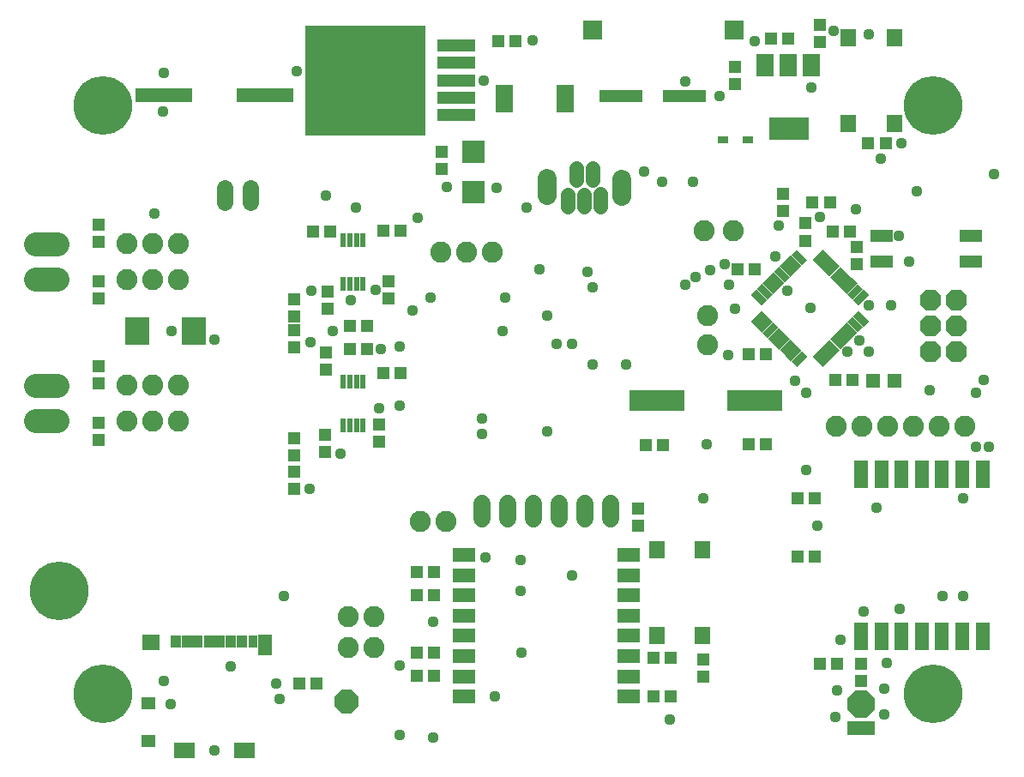
<source format=gts>
G75*
%MOIN*%
%OFA0B0*%
%FSLAX25Y25*%
%IPPOS*%
%LPD*%
%AMOC8*
5,1,8,0,0,1.08239X$1,22.5*
%
%ADD10R,0.04737X0.05131*%
%ADD11R,0.05524X0.05524*%
%ADD12R,0.21800X0.08400*%
%ADD13R,0.05131X0.04737*%
%ADD14R,0.05800X0.03000*%
%ADD15R,0.03000X0.05800*%
%ADD16OC8,0.08200*%
%ADD17R,0.08674X0.05131*%
%ADD18R,0.02375X0.05524*%
%ADD19R,0.08674X0.08674*%
%ADD20R,0.06700X0.08700*%
%ADD21R,0.15800X0.08700*%
%ADD22R,0.14600X0.04900*%
%ADD23R,0.46700X0.42800*%
%ADD24R,0.06706X0.10643*%
%ADD25C,0.08200*%
%ADD26R,0.06312X0.07099*%
%ADD27R,0.03950X0.03162*%
%ADD28R,0.16800X0.05100*%
%ADD29C,0.09200*%
%ADD30C,0.06400*%
%ADD31R,0.08674X0.05524*%
%ADD32C,0.06800*%
%ADD33R,0.21900X0.05500*%
%ADD34R,0.09700X0.10600*%
%ADD35OC8,0.10800*%
%ADD36R,0.05800X0.10800*%
%ADD37R,0.10800X0.05800*%
%ADD38R,0.04150X0.05100*%
%ADD39R,0.03750X0.05100*%
%ADD40R,0.05406X0.07859*%
%ADD41R,0.08309X0.06106*%
%ADD42R,0.05506X0.04755*%
%ADD43R,0.06908X0.06107*%
%ADD44OC8,0.09300*%
%ADD45C,0.05556*%
%ADD46C,0.07400*%
%ADD47C,0.22800*%
%ADD48C,0.04369*%
%ADD49R,0.07296X0.07296*%
D10*
X0145980Y0095731D03*
X0152673Y0095731D03*
X0191480Y0098531D03*
X0198173Y0098531D03*
X0198173Y0107531D03*
X0191480Y0107531D03*
X0191480Y0129831D03*
X0198173Y0129831D03*
X0198373Y0138931D03*
X0191680Y0138931D03*
X0155827Y0185485D03*
X0155827Y0192178D03*
X0177027Y0189685D03*
X0177027Y0196378D03*
X0178441Y0216208D03*
X0185134Y0216208D03*
X0156127Y0217685D03*
X0156127Y0224378D03*
X0165480Y0234531D03*
X0172173Y0234531D03*
X0156827Y0241185D03*
X0156827Y0247878D03*
X0180627Y0245185D03*
X0180627Y0251878D03*
X0178480Y0271531D03*
X0185173Y0271531D03*
X0201098Y0295542D03*
X0201098Y0302235D03*
X0315327Y0328585D03*
X0315327Y0335278D03*
X0348057Y0344971D03*
X0348057Y0351664D03*
X0367043Y0305500D03*
X0373736Y0305500D03*
X0352072Y0282651D03*
X0345379Y0282651D03*
X0342527Y0274478D03*
X0342527Y0267785D03*
X0362421Y0265378D03*
X0362421Y0258685D03*
X0360988Y0213638D03*
X0354295Y0213638D03*
X0277627Y0163778D03*
X0277627Y0157085D03*
X0339480Y0145031D03*
X0346173Y0145031D03*
X0364227Y0103378D03*
X0364227Y0096685D03*
X0290173Y0105531D03*
X0283480Y0105531D03*
X0067827Y0190185D03*
X0067827Y0196878D03*
X0067827Y0212185D03*
X0067827Y0218878D03*
X0067827Y0245185D03*
X0067827Y0251878D03*
X0067827Y0267185D03*
X0067827Y0273878D03*
D11*
X0368839Y0213435D03*
X0377106Y0213435D03*
D12*
X0322827Y0205531D03*
X0284827Y0205531D03*
D13*
X0287116Y0188437D03*
X0280423Y0188437D03*
X0320580Y0188672D03*
X0327273Y0188672D03*
X0339480Y0167531D03*
X0346173Y0167531D03*
X0327213Y0223775D03*
X0320520Y0223775D03*
X0322973Y0256731D03*
X0316280Y0256731D03*
X0353056Y0271444D03*
X0359749Y0271444D03*
X0333727Y0279285D03*
X0333727Y0285978D03*
X0229972Y0345338D03*
X0223280Y0345338D03*
X0329280Y0346431D03*
X0335973Y0346431D03*
X0157773Y0271331D03*
X0151080Y0271331D03*
X0143827Y0244878D03*
X0143827Y0238185D03*
X0143827Y0232878D03*
X0143827Y0226185D03*
X0165480Y0225531D03*
X0172173Y0225531D03*
X0143827Y0190878D03*
X0143827Y0184185D03*
X0143827Y0177878D03*
X0143827Y0171185D03*
X0283480Y0090531D03*
X0290173Y0090531D03*
X0302827Y0098185D03*
X0302827Y0104878D03*
X0348080Y0103231D03*
X0354773Y0103231D03*
D14*
G36*
X0343283Y0222775D02*
X0339183Y0218675D01*
X0337061Y0220797D01*
X0341161Y0224897D01*
X0343283Y0222775D01*
G37*
G36*
X0341055Y0225002D02*
X0336955Y0220902D01*
X0334833Y0223024D01*
X0338933Y0227124D01*
X0341055Y0225002D01*
G37*
G36*
X0338828Y0227230D02*
X0334728Y0223130D01*
X0332606Y0225252D01*
X0336706Y0229352D01*
X0338828Y0227230D01*
G37*
G36*
X0336601Y0229457D02*
X0332501Y0225357D01*
X0330379Y0227479D01*
X0334479Y0231579D01*
X0336601Y0229457D01*
G37*
G36*
X0334374Y0231684D02*
X0330274Y0227584D01*
X0328152Y0229706D01*
X0332252Y0233806D01*
X0334374Y0231684D01*
G37*
G36*
X0332147Y0233911D02*
X0328047Y0229811D01*
X0325925Y0231933D01*
X0330025Y0236033D01*
X0332147Y0233911D01*
G37*
G36*
X0329920Y0236138D02*
X0325820Y0232038D01*
X0323698Y0234160D01*
X0327798Y0238260D01*
X0329920Y0236138D01*
G37*
G36*
X0327693Y0238365D02*
X0323593Y0234265D01*
X0321471Y0236387D01*
X0325571Y0240487D01*
X0327693Y0238365D01*
G37*
G36*
X0358274Y0255584D02*
X0354174Y0251484D01*
X0352052Y0253606D01*
X0356152Y0257706D01*
X0358274Y0255584D01*
G37*
G36*
X0360501Y0253357D02*
X0356401Y0249257D01*
X0354279Y0251379D01*
X0358379Y0255479D01*
X0360501Y0253357D01*
G37*
G36*
X0362729Y0251130D02*
X0358629Y0247030D01*
X0356507Y0249152D01*
X0360607Y0253252D01*
X0362729Y0251130D01*
G37*
G36*
X0364956Y0248903D02*
X0360856Y0244803D01*
X0358734Y0246925D01*
X0362834Y0251025D01*
X0364956Y0248903D01*
G37*
G36*
X0367183Y0246676D02*
X0363083Y0242576D01*
X0360961Y0244698D01*
X0365061Y0248798D01*
X0367183Y0246676D01*
G37*
G36*
X0356047Y0257811D02*
X0351947Y0253711D01*
X0349825Y0255833D01*
X0353925Y0259933D01*
X0356047Y0257811D01*
G37*
G36*
X0353820Y0260038D02*
X0349720Y0255938D01*
X0347598Y0258060D01*
X0351698Y0262160D01*
X0353820Y0260038D01*
G37*
G36*
X0351593Y0262265D02*
X0347493Y0258165D01*
X0345371Y0260287D01*
X0349471Y0264387D01*
X0351593Y0262265D01*
G37*
D15*
G36*
X0343283Y0260287D02*
X0341161Y0258165D01*
X0337061Y0262265D01*
X0339183Y0264387D01*
X0343283Y0260287D01*
G37*
G36*
X0341055Y0258060D02*
X0338933Y0255938D01*
X0334833Y0260038D01*
X0336955Y0262160D01*
X0341055Y0258060D01*
G37*
G36*
X0338828Y0255833D02*
X0336706Y0253711D01*
X0332606Y0257811D01*
X0334728Y0259933D01*
X0338828Y0255833D01*
G37*
G36*
X0336601Y0253606D02*
X0334479Y0251484D01*
X0330379Y0255584D01*
X0332501Y0257706D01*
X0336601Y0253606D01*
G37*
G36*
X0334374Y0251379D02*
X0332252Y0249257D01*
X0328152Y0253357D01*
X0330274Y0255479D01*
X0334374Y0251379D01*
G37*
G36*
X0332147Y0249152D02*
X0330025Y0247030D01*
X0325925Y0251130D01*
X0328047Y0253252D01*
X0332147Y0249152D01*
G37*
G36*
X0329920Y0246925D02*
X0327798Y0244803D01*
X0323698Y0248903D01*
X0325820Y0251025D01*
X0329920Y0246925D01*
G37*
G36*
X0327693Y0244698D02*
X0325571Y0242576D01*
X0321471Y0246676D01*
X0323593Y0248798D01*
X0327693Y0244698D01*
G37*
G36*
X0360501Y0229706D02*
X0358379Y0227584D01*
X0354279Y0231684D01*
X0356401Y0233806D01*
X0360501Y0229706D01*
G37*
G36*
X0362729Y0231933D02*
X0360607Y0229811D01*
X0356507Y0233911D01*
X0358629Y0236033D01*
X0362729Y0231933D01*
G37*
G36*
X0364956Y0234160D02*
X0362834Y0232038D01*
X0358734Y0236138D01*
X0360856Y0238260D01*
X0364956Y0234160D01*
G37*
G36*
X0367183Y0236387D02*
X0365061Y0234265D01*
X0360961Y0238365D01*
X0363083Y0240487D01*
X0367183Y0236387D01*
G37*
G36*
X0358274Y0227479D02*
X0356152Y0225357D01*
X0352052Y0229457D01*
X0354174Y0231579D01*
X0358274Y0227479D01*
G37*
G36*
X0356047Y0225252D02*
X0353925Y0223130D01*
X0349825Y0227230D01*
X0351947Y0229352D01*
X0356047Y0225252D01*
G37*
G36*
X0353820Y0223024D02*
X0351698Y0220902D01*
X0347598Y0225002D01*
X0349720Y0227124D01*
X0353820Y0223024D01*
G37*
G36*
X0351593Y0220797D02*
X0349471Y0218675D01*
X0345371Y0222775D01*
X0347493Y0224897D01*
X0351593Y0220797D01*
G37*
D16*
X0391079Y0224531D03*
X0401079Y0224531D03*
X0401079Y0234531D03*
X0391079Y0234531D03*
X0391079Y0244531D03*
X0401079Y0244531D03*
D17*
X0406921Y0259531D03*
X0406921Y0269531D03*
X0372157Y0269531D03*
X0372157Y0259531D03*
D18*
X0170665Y0251040D03*
X0168106Y0251040D03*
X0165547Y0251040D03*
X0162988Y0251040D03*
X0162988Y0268022D03*
X0165547Y0268022D03*
X0168106Y0268022D03*
X0170665Y0268022D03*
X0170665Y0213022D03*
X0168106Y0213022D03*
X0165547Y0213022D03*
X0162988Y0213022D03*
X0162988Y0196040D03*
X0165547Y0196040D03*
X0168106Y0196040D03*
X0170665Y0196040D03*
D19*
X0213612Y0286501D03*
X0213612Y0302249D03*
D20*
X0327038Y0335931D03*
X0336038Y0335931D03*
X0345038Y0335931D03*
D21*
X0336138Y0311131D03*
D22*
X0206902Y0316690D03*
X0206902Y0323390D03*
X0206902Y0330090D03*
X0206902Y0336790D03*
X0206902Y0343490D03*
D23*
X0171702Y0330090D03*
D24*
X0225715Y0322884D03*
X0249337Y0322884D03*
D25*
X0303127Y0271531D03*
X0314527Y0271531D03*
X0304543Y0238649D03*
X0304543Y0227249D03*
X0354527Y0195631D03*
X0364527Y0195631D03*
X0374527Y0195631D03*
X0384527Y0195631D03*
X0394527Y0195631D03*
X0404527Y0195631D03*
X0220927Y0263131D03*
X0210927Y0263131D03*
X0200927Y0263131D03*
X0098827Y0266531D03*
X0088827Y0266531D03*
X0078827Y0266531D03*
X0078827Y0252531D03*
X0088827Y0252531D03*
X0098827Y0252531D03*
X0098827Y0211531D03*
X0088827Y0211531D03*
X0078827Y0211531D03*
X0078827Y0197531D03*
X0088827Y0197531D03*
X0098827Y0197531D03*
X0192827Y0158531D03*
X0202827Y0158531D03*
X0174827Y0121531D03*
X0164827Y0121531D03*
X0164827Y0109531D03*
X0174827Y0109531D03*
D26*
X0284961Y0114201D03*
X0302677Y0114201D03*
X0302677Y0147665D03*
X0284961Y0147665D03*
X0359370Y0313295D03*
X0377087Y0313295D03*
X0377087Y0346760D03*
X0359370Y0346760D03*
D27*
X0320315Y0306901D03*
X0310472Y0306901D03*
D28*
X0295627Y0323931D03*
X0271027Y0323931D03*
D29*
X0052027Y0266421D02*
X0043627Y0266421D01*
X0043627Y0252642D02*
X0052027Y0252642D01*
X0052027Y0211421D02*
X0043627Y0211421D01*
X0043627Y0197642D02*
X0052027Y0197642D01*
D30*
X0116827Y0282731D02*
X0116827Y0288331D01*
X0126827Y0288331D02*
X0126827Y0282731D01*
D31*
X0210047Y0145657D03*
X0210047Y0137783D03*
X0210047Y0129909D03*
X0210047Y0122035D03*
X0210047Y0114161D03*
X0210047Y0106287D03*
X0210047Y0098413D03*
X0210047Y0090539D03*
X0273827Y0090539D03*
X0273827Y0098413D03*
X0273827Y0106287D03*
X0273827Y0114161D03*
X0273827Y0122035D03*
X0273827Y0129909D03*
X0273827Y0137783D03*
X0273827Y0145657D03*
D32*
X0266827Y0159531D02*
X0266827Y0165531D01*
X0256827Y0165531D02*
X0256827Y0159531D01*
X0246827Y0159531D02*
X0246827Y0165531D01*
X0236827Y0165531D02*
X0236827Y0159531D01*
X0226827Y0159531D02*
X0226827Y0165531D01*
X0216827Y0165531D02*
X0216827Y0159531D01*
D33*
X0132427Y0324331D03*
X0093227Y0324331D03*
D34*
X0082927Y0232531D03*
X0104727Y0232531D03*
D35*
X0364227Y0087531D03*
D36*
X0364205Y0114035D03*
X0372079Y0114035D03*
X0379953Y0114035D03*
X0387827Y0114035D03*
X0395701Y0114035D03*
X0403575Y0114035D03*
X0411449Y0114035D03*
X0411449Y0177027D03*
X0403575Y0177027D03*
X0395701Y0177027D03*
X0387827Y0177027D03*
X0379953Y0177027D03*
X0372079Y0177027D03*
X0364205Y0177027D03*
D37*
X0364127Y0078431D03*
D38*
X0123684Y0112075D03*
X0119328Y0112086D03*
X0115026Y0112086D03*
X0110733Y0112076D03*
X0106371Y0112067D03*
X0102061Y0112086D03*
X0097768Y0112086D03*
D39*
X0127855Y0112076D03*
D40*
X0132578Y0110700D03*
D41*
X0101133Y0069536D03*
X0124614Y0069538D03*
D42*
X0087369Y0073350D03*
X0087369Y0087918D03*
D43*
X0088085Y0111590D03*
D44*
X0164127Y0088531D03*
D45*
X0250383Y0281002D02*
X0250383Y0285758D01*
X0256715Y0285706D02*
X0256715Y0280950D01*
X0262995Y0281054D02*
X0262995Y0285810D01*
X0259906Y0291270D02*
X0259906Y0296026D01*
X0253575Y0296026D02*
X0253575Y0291270D01*
D46*
X0242290Y0291884D02*
X0242290Y0285284D01*
X0271224Y0284990D02*
X0271224Y0291590D01*
D47*
X0392316Y0320205D03*
X0069504Y0320134D03*
X0052504Y0131748D03*
X0069504Y0091748D03*
X0392316Y0091741D03*
D48*
X0373260Y0093579D03*
X0354760Y0093079D03*
X0354260Y0082579D03*
X0373260Y0083579D03*
X0374260Y0103579D03*
X0356260Y0112579D03*
X0365260Y0123579D03*
X0379260Y0124579D03*
X0395827Y0129531D03*
X0403827Y0129531D03*
X0347218Y0157044D03*
X0370218Y0164044D03*
X0342827Y0178531D03*
X0304260Y0188579D03*
X0302827Y0167531D03*
X0251827Y0137531D03*
X0231827Y0131531D03*
X0231827Y0143531D03*
X0218260Y0144579D03*
X0197827Y0119531D03*
X0184827Y0102531D03*
X0221827Y0090531D03*
X0197827Y0074531D03*
X0184827Y0075531D03*
X0138260Y0089579D03*
X0136827Y0095531D03*
X0119360Y0102279D03*
X0093260Y0096579D03*
X0095827Y0087531D03*
X0112760Y0069479D03*
X0139827Y0129531D03*
X0149840Y0171273D03*
X0161740Y0184873D03*
X0177040Y0202573D03*
X0184827Y0203531D03*
X0216827Y0198531D03*
X0216827Y0192531D03*
X0242260Y0193579D03*
X0259827Y0219531D03*
X0251827Y0227531D03*
X0245827Y0227531D03*
X0242260Y0238579D03*
X0225827Y0245531D03*
X0239260Y0256579D03*
X0257827Y0255531D03*
X0259827Y0249531D03*
X0295827Y0250531D03*
X0299827Y0253531D03*
X0305627Y0256431D03*
X0311327Y0258631D03*
X0312827Y0250531D03*
X0315227Y0241131D03*
X0335627Y0248131D03*
X0344418Y0241544D03*
X0367236Y0242583D03*
X0375839Y0242563D03*
X0363627Y0228831D03*
X0367327Y0224731D03*
X0358927Y0224531D03*
X0338557Y0213131D03*
X0342827Y0208531D03*
X0312444Y0223195D03*
X0272827Y0219531D03*
X0224827Y0232531D03*
X0196827Y0245531D03*
X0189827Y0240531D03*
X0184827Y0226531D03*
X0177640Y0225573D03*
X0158827Y0232531D03*
X0150085Y0228245D03*
X0165827Y0244531D03*
X0175640Y0248473D03*
X0150540Y0248273D03*
X0112920Y0229241D03*
X0096120Y0232641D03*
X0089540Y0278273D03*
X0156340Y0285173D03*
X0167827Y0280531D03*
X0191827Y0276531D03*
X0203160Y0288579D03*
X0222560Y0288279D03*
X0234260Y0280579D03*
X0280012Y0294714D03*
X0286827Y0290531D03*
X0298827Y0290531D03*
X0332218Y0273644D03*
X0348218Y0276844D03*
X0362218Y0280044D03*
X0379027Y0269631D03*
X0382827Y0259531D03*
X0385783Y0286836D03*
X0371827Y0299531D03*
X0379827Y0305531D03*
X0415827Y0293531D03*
X0344820Y0327441D03*
X0322820Y0345441D03*
X0295920Y0329741D03*
X0309120Y0323941D03*
X0353420Y0349441D03*
X0367120Y0347941D03*
X0236420Y0345641D03*
X0217620Y0329941D03*
X0171720Y0330741D03*
X0144720Y0333741D03*
X0093220Y0332841D03*
X0092920Y0317841D03*
X0330827Y0261531D03*
X0411827Y0213531D03*
X0408827Y0208531D03*
X0390827Y0209531D03*
X0408827Y0187531D03*
X0413827Y0187531D03*
X0403827Y0167531D03*
X0289827Y0081531D03*
X0232260Y0107579D03*
D49*
X0259827Y0349531D03*
X0314827Y0349531D03*
M02*

</source>
